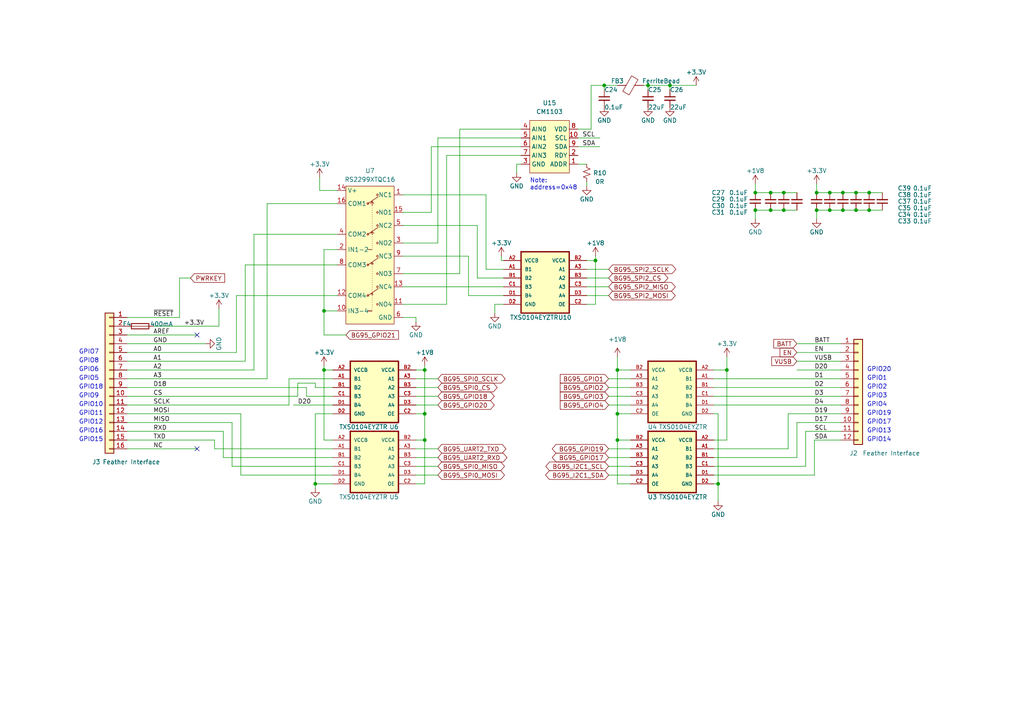
<source format=kicad_sch>
(kicad_sch (version 20230121) (generator eeschema)
  (paper "A4")
  (lib_symbols
    (symbol "Connector_Generic:Conn_01x12" (pin_names (offset 1.016) hide)
      (property "Reference" "J" (at 0 15.24 0))
      (property "Value" "Conn_01x12" (at 0 -17.78 0))
      (symbol "Conn_01x12_1_1"
        (rectangle (start -1.27 -15.113) (end 0 -15.367) (stroke (width 0.1524)))
        (rectangle (start -1.27 -12.573) (end 0 -12.827) (stroke (width 0.1524)))
        (rectangle (start -1.27 -10.033) (end 0 -10.287) (stroke (width 0.1524)))
        (rectangle (start -1.27 -7.493) (end 0 -7.747) (stroke (width 0.1524)))
        (rectangle (start -1.27 -4.953) (end 0 -5.207) (stroke (width 0.1524)))
        (rectangle (start -1.27 -2.413) (end 0 -2.667) (stroke (width 0.1524)))
        (rectangle (start -1.27 0.127) (end 0 -0.127) (stroke (width 0.1524)))
        (rectangle (start -1.27 2.667) (end 0 2.413) (stroke (width 0.1524)))
        (rectangle (start -1.27 5.207) (end 0 4.953) (stroke (width 0.1524)))
        (rectangle (start -1.27 7.747) (end 0 7.493) (stroke (width 0.1524)))
        (rectangle (start -1.27 10.287) (end 0 10.033) (stroke (width 0.1524)))
        (rectangle (start -1.27 12.827) (end 0 12.573) (stroke (width 0.1524)))
        (rectangle (start -1.27 13.97) (end 1.27 -16.51) (stroke (width 0.254)) (fill (type background)))
        (pin passive line (at -5.08 12.7 0) (length 3.81) (name "Pin_1") (number "1"))
        (pin passive line (at -5.08 -10.16 0) (length 3.81) (name "Pin_10") (number "10"))
        (pin passive line (at -5.08 -12.7 0) (length 3.81) (name "Pin_11") (number "11"))
        (pin passive line (at -5.08 -15.24 0) (length 3.81) (name "Pin_12") (number "12"))
        (pin passive line (at -5.08 10.16 0) (length 3.81) (name "Pin_2") (number "2"))
        (pin passive line (at -5.08 7.62 0) (length 3.81) (name "Pin_3") (number "3"))
        (pin passive line (at -5.08 5.08 0) (length 3.81) (name "Pin_4") (number "4"))
        (pin passive line (at -5.08 2.54 0) (length 3.81) (name "Pin_5") (number "5"))
        (pin passive line (at -5.08 0 0) (length 3.81) (name "Pin_6") (number "6"))
        (pin passive line (at -5.08 -2.54 0) (length 3.81) (name "Pin_7") (number "7"))
        (pin passive line (at -5.08 -5.08 0) (length 3.81) (name "Pin_8") (number "8"))
        (pin passive line (at -5.08 -7.62 0) (length 3.81) (name "Pin_9") (number "9"))
      )
    )
    (symbol "Connector_Generic:Conn_01x16" (pin_names (offset 1.016) hide)
      (property "Reference" "J" (at 0 20.32 0))
      (property "Value" "Conn_01x16" (at 0 -22.86 0))
      (symbol "Conn_01x16_1_1"
        (rectangle (start -1.27 -20.193) (end 0 -20.447) (stroke (width 0.1524)))
        (rectangle (start -1.27 -17.653) (end 0 -17.907) (stroke (width 0.1524)))
        (rectangle (start -1.27 -15.113) (end 0 -15.367) (stroke (width 0.1524)))
        (rectangle (start -1.27 -12.573) (end 0 -12.827) (stroke (width 0.1524)))
        (rectangle (start -1.27 -10.033) (end 0 -10.287) (stroke (width 0.1524)))
        (rectangle (start -1.27 -7.493) (end 0 -7.747) (stroke (width 0.1524)))
        (rectangle (start -1.27 -4.953) (end 0 -5.207) (stroke (width 0.1524)))
        (rectangle (start -1.27 -2.413) (end 0 -2.667) (stroke (width 0.1524)))
        (rectangle (start -1.27 0.127) (end 0 -0.127) (stroke (width 0.1524)))
        (rectangle (start -1.27 2.667) (end 0 2.413) (stroke (width 0.1524)))
        (rectangle (start -1.27 5.207) (end 0 4.953) (stroke (width 0.1524)))
        (rectangle (start -1.27 7.747) (end 0 7.493) (stroke (width 0.1524)))
        (rectangle (start -1.27 10.287) (end 0 10.033) (stroke (width 0.1524)))
        (rectangle (start -1.27 12.827) (end 0 12.573) (stroke (width 0.1524)))
        (rectangle (start -1.27 15.367) (end 0 15.113) (stroke (width 0.1524)))
        (rectangle (start -1.27 17.907) (end 0 17.653) (stroke (width 0.1524)))
        (rectangle (start -1.27 19.05) (end 1.27 -21.59) (stroke (width 0.254)) (fill (type background)))
        (pin passive line (at -5.08 17.78 0) (length 3.81) (name "Pin_1") (number "1"))
        (pin passive line (at -5.08 -5.08 0) (length 3.81) (name "Pin_10") (number "10"))
        (pin passive line (at -5.08 -7.62 0) (length 3.81) (name "Pin_11") (number "11"))
        (pin passive line (at -5.08 -10.16 0) (length 3.81) (name "Pin_12") (number "12"))
        (pin passive line (at -5.08 -12.7 0) (length 3.81) (name "Pin_13") (number "13"))
        (pin passive line (at -5.08 -15.24 0) (length 3.81) (name "Pin_14") (number "14"))
        (pin passive line (at -5.08 -17.78 0) (length 3.81) (name "Pin_15") (number "15"))
        (pin passive line (at -5.08 -20.32 0) (length 3.81) (name "Pin_16") (number "16"))
        (pin passive line (at -5.08 15.24 0) (length 3.81) (name "Pin_2") (number "2"))
        (pin passive line (at -5.08 12.7 0) (length 3.81) (name "Pin_3") (number "3"))
        (pin passive line (at -5.08 10.16 0) (length 3.81) (name "Pin_4") (number "4"))
        (pin passive line (at -5.08 7.62 0) (length 3.81) (name "Pin_5") (number "5"))
        (pin passive line (at -5.08 5.08 0) (length 3.81) (name "Pin_6") (number "6"))
        (pin passive line (at -5.08 2.54 0) (length 3.81) (name "Pin_7") (number "7"))
        (pin passive line (at -5.08 0 0) (length 3.81) (name "Pin_8") (number "8"))
        (pin passive line (at -5.08 -2.54 0) (length 3.81) (name "Pin_9") (number "9"))
      )
    )
    (symbol "Device:C_Small" (pin_numbers hide) (pin_names (offset 0.254) hide)
      (property "Reference" "C" (at 0.254 1.778 0))
      (property "Value" "C_Small" (at 0.254 -2.032 0))
      (symbol "C_Small_0_1"
        (polyline (pts (xy -1.524 -0.508) (xy 1.524 -0.508)) (stroke (width 0.3302)))
        (polyline (pts (xy -1.524 0.508) (xy 1.524 0.508)) (stroke (width 0.3048)))
      )
      (symbol "C_Small_1_1"
        (pin passive line (at 0 2.54 270) (length 2.032) (name "~") (number "1"))
        (pin passive line (at 0 -2.54 90) (length 2.032) (name "~") (number "2"))
      )
    )
    (symbol "Device:FerriteBead" (pin_numbers hide) (pin_names (offset 0))
      (property "Reference" "FB" (at -3.81 0.635 90))
      (property "Value" "FerriteBead" (at 3.81 0 90))
      (symbol "FerriteBead_0_1"
        (polyline (pts (xy 0 -1.27) (xy 0 -1.2192)))
        (polyline (pts (xy 0 1.27) (xy 0 1.2954)))
        (polyline (pts (xy -2.7686 0.4064) (xy -1.7018 2.2606) (xy 2.7686 -0.3048) (xy 1.6764 -2.159) (xy -2.7686 0.4064)))
      )
      (symbol "FerriteBead_1_1"
        (pin passive line (at 0 3.81 270) (length 2.54) (name "~") (number "1"))
        (pin passive line (at 0 -3.81 90) (length 2.54) (name "~") (number "2"))
      )
    )
    (symbol "Device:Fuse" (pin_numbers hide) (pin_names (offset 0))
      (property "Reference" "F" (at 2.032 0 90))
      (property "Value" "Fuse" (at -1.905 0 90))
      (symbol "Fuse_0_1"
        (rectangle (start -0.762 -2.54) (end 0.762 2.54) (stroke (width 0.254)))
        (polyline (pts (xy 0 2.54) (xy 0 -2.54)))
      )
      (symbol "Fuse_1_1"
        (pin passive line (at 0 3.81 270) (length 1.27) (name "~") (number "1"))
        (pin passive line (at 0 -3.81 90) (length 1.27) (name "~") (number "2"))
      )
    )
    (symbol "Device:R_Small_US" (pin_numbers hide) (pin_names (offset 0.254) hide)
      (property "Reference" "R" (at 0.762 0.508 0))
      (property "Value" "R_Small_US" (at 0.762 -1.016 0))
      (symbol "R_Small_US_1_1"
        (polyline (pts (xy 0 0) (xy 1.016 -0.381) (xy 0 -0.762) (xy -1.016 -1.143) (xy 0 -1.524)))
        (polyline (pts (xy 0 1.524) (xy 1.016 1.143) (xy 0 0.762) (xy -1.016 0.381) (xy 0 0)))
        (pin passive line (at 0 2.54 270) (length 1.016) (name "~") (number "1"))
        (pin passive line (at 0 -2.54 90) (length 1.016) (name "~") (number "2"))
      )
    )
    (symbol "TXS0104EYZTR_1" (pin_names (offset 1.016))
      (property "Reference" "U10" (at -5.08 -10.16 0))
      (property "Value" "TXS0104EYZTR" (at 3.81 -10.16 0))
      (symbol "TXS0104EYZTR_1_0_0"
        (rectangle (start -6.35 8.89) (end 7.62 -8.89) (stroke (width 0.41)) (fill (type background)))
      )
      (symbol "TXS0104EYZTR_1_1_0"
        (pin bidirectional line (at 12.7 3.81 180) (length 5.08) (name "B1") (number "A1"))
        (pin power_in line (at 12.7 6.35 180) (length 5.08) (name "VCCB") (number "A2"))
        (pin bidirectional line (at -11.43 3.81 0) (length 5.08) (name "A1") (number "A3"))
        (pin bidirectional line (at 12.7 1.27 180) (length 5.08) (name "B2") (number "B1"))
        (pin power_in line (at -11.43 6.35 0) (length 5.08) (name "VCCA") (number "B2"))
        (pin bidirectional line (at -11.43 1.27 0) (length 5.08) (name "A2") (number "B3"))
        (pin bidirectional line (at 12.7 -1.27 180) (length 5.08) (name "B3") (number "C1"))
        (pin input line (at -11.43 -6.35 0) (length 5.08) (name "OE") (number "C2"))
        (pin bidirectional line (at -11.43 -1.27 0) (length 5.08) (name "A3") (number "C3"))
        (pin bidirectional line (at 12.7 -3.81 180) (length 5.08) (name "B4") (number "D1"))
        (pin power_in line (at 12.7 -6.35 180) (length 5.08) (name "GND") (number "D2"))
        (pin bidirectional line (at -11.43 -3.81 0) (length 5.08) (name "A4") (number "D3"))
      )
    )
    (symbol "mylib:CM1103"
      (property "Reference" "U" (at -15.24 -10.16 0))
      (property "Value" "CM1103" (at -8.89 -10.16 0))
      (symbol "CM1103_1_1"
        (rectangle (start -16.51 6.35) (end -5.08 -8.89) (fill (type background)))
        (pin input line (at -2.54 -6.35 180) (length 2.54) (name "ADDR") (number "1"))
        (pin input line (at -2.54 1.27 180) (length 2.54) (name "SCL") (number "10"))
        (pin input line (at -2.54 -3.81 180) (length 2.54) (name "RDY") (number "2"))
        (pin input line (at -19.05 -6.35 0) (length 2.54) (name "GND") (number "3"))
        (pin input line (at -19.05 3.81 0) (length 2.54) (name "AIN0") (number "4"))
        (pin input line (at -19.05 1.27 0) (length 2.54) (name "AIN1") (number "5"))
        (pin input line (at -19.05 -1.27 0) (length 2.54) (name "AIN2") (number "6"))
        (pin input line (at -19.05 -3.81 0) (length 2.54) (name "AIN3") (number "7"))
        (pin input line (at -2.54 3.81 180) (length 2.54) (name "VDD") (number "8"))
        (pin input line (at -2.54 -1.27 180) (length 2.54) (name "SDA") (number "9"))
      )
    )
    (symbol "mylib:RS2299XTQC16"
      (property "Reference" "U" (at 1.778 41.656 0))
      (property "Value" "RS2299XTQC16" (at 10.668 41.656 0))
      (symbol "RS2299XTQC16_1_1"
        (polyline (pts (xy 6.35 8.255) (xy 9.398 10.287)))
        (polyline (pts (xy 6.35 17.145) (xy 9.398 19.177)))
        (polyline (pts (xy 6.35 26.035) (xy 9.398 28.067)))
        (polyline (pts (xy 6.35 34.925) (xy 9.398 36.957)))
        (polyline (pts (xy 7.493 3.81) (xy 6.477 3.81)))
        (polyline (pts (xy 7.62 3.81) (xy 6.35 3.81)))
        (polyline (pts (xy 7.62 8.89) (xy 7.366 8.636)))
        (polyline (pts (xy 7.62 8.89) (xy 7.62 8.382)))
        (polyline (pts (xy 7.62 8.89) (xy 7.874 8.636)))
        (polyline (pts (xy 7.62 17.653) (xy 7.62 17.145)))
        (polyline (pts (xy 7.62 17.78) (xy 7.239 17.399)))
        (polyline (pts (xy 7.62 17.78) (xy 8.001 17.399)))
        (polyline (pts (xy 7.62 21.59) (xy 6.35 21.59)))
        (polyline (pts (xy 7.62 26.67) (xy 7.62 25.908)))
        (polyline (pts (xy 7.62 26.797) (xy 7.239 26.289)))
        (polyline (pts (xy 7.62 26.797) (xy 8.128 26.289)))
        (polyline (pts (xy 7.62 35.433) (xy 7.62 34.417)))
        (polyline (pts (xy 7.62 35.56) (xy 7.112 34.925)))
        (polyline (pts (xy 7.62 35.56) (xy 7.62 35.56)))
        (polyline (pts (xy 7.62 35.56) (xy 8.128 34.925)))
        (polyline (pts (xy 7.62 17.78) (xy 7.62 3.81) (xy 6.35 3.81)) (stroke (width 0) (type dot)))
        (polyline (pts (xy 7.62 35.56) (xy 7.62 21.59) (xy 6.35 21.59)) (stroke (width 0) (type dot)))
        (rectangle (start 0 40.005) (end 13.97 0) (fill (type background)))
        (circle (center 6.35 8.255) (radius 0.254))
        (circle (center 6.35 17.145) (radius 0.254))
        (circle (center 6.35 26.035) (radius 0.254))
        (circle (center 6.35 34.925) (radius 0.254))
        (circle (center 9.144 5.715) (radius 0.254))
        (circle (center 9.144 10.795) (radius 0.254))
        (circle (center 9.144 14.605) (radius 0.254))
        (circle (center 9.144 19.685) (radius 0.254))
        (circle (center 9.144 23.495) (radius 0.254))
        (circle (center 9.144 28.575) (radius 0.254))
        (circle (center 9.144 32.385) (radius 0.254))
        (circle (center 9.144 37.465) (radius 0.254))
        (pin input line (at 16.51 37.465 180) (length 2.54) (name "NC1") (number "1"))
        (pin input line (at -2.54 3.81 0) (length 2.54) (name "IN3-4") (number "10"))
        (pin input line (at 16.51 5.715 180) (length 2.54) (name "NO4") (number "11"))
        (pin input line (at -2.54 8.255 0) (length 2.54) (name "COM4") (number "12"))
        (pin input line (at 16.51 10.795 180) (length 2.54) (name "NC4") (number "13"))
        (pin input line (at -2.54 38.735 0) (length 2.54) (name "V+") (number "14"))
        (pin input line (at 16.51 32.385 180) (length 2.54) (name "NO1") (number "15"))
        (pin input line (at -2.54 34.925 0) (length 2.54) (name "COM1") (number "16"))
        (pin input line (at -2.54 21.59 0) (length 2.54) (name "IN1-2") (number "2"))
        (pin input line (at 16.51 23.495 180) (length 2.54) (name "NO2") (number "3"))
        (pin input line (at -2.54 26.035 0) (length 2.54) (name "COM2") (number "4"))
        (pin input line (at 16.51 28.575 180) (length 2.54) (name "NC2") (number "5"))
        (pin input line (at 16.51 1.905 180) (length 2.54) (name "GND") (number "6"))
        (pin input line (at 16.51 14.605 180) (length 2.54) (name "NO3") (number "7"))
        (pin input line (at -2.54 17.145 0) (length 2.54) (name "COM3") (number "8"))
        (pin input line (at 16.51 19.685 180) (length 2.54) (name "NC3") (number "9"))
      )
    )
    (symbol "mylib:TXS0104EYZTR" (pin_names (offset 1.016))
      (property "Reference" "U3" (at 0 22.86 0))
      (property "Value" "TXS0104EYZTR" (at 0 20.32 0))
      (symbol "TXS0104EYZTR_0_0"
        (rectangle (start -6.35 8.89) (end 7.62 -8.89) (stroke (width 0.41)) (fill (type background)))
        (pin bidirectional line (at 12.7 3.81 180) (length 5.08) (name "B1") (number "A1"))
        (pin power_in line (at 12.7 6.35 180) (length 5.08) (name "VCCB") (number "A2"))
        (pin bidirectional line (at -11.43 3.81 0) (length 5.08) (name "A1") (number "A3"))
        (pin bidirectional line (at 12.7 1.27 180) (length 5.08) (name "B2") (number "B1"))
        (pin power_in line (at -11.43 6.35 0) (length 5.08) (name "VCCA") (number "B2"))
        (pin bidirectional line (at -11.43 1.27 0) (length 5.08) (name "A2") (number "B3"))
        (pin bidirectional line (at 12.7 -1.27 180) (length 5.08) (name "B3") (number "C1"))
        (pin input line (at -11.43 -6.35 0) (length 5.08) (name "OE") (number "C2"))
        (pin bidirectional line (at -11.43 -1.27 0) (length 5.08) (name "A3") (number "C3"))
        (pin bidirectional line (at 12.7 -3.81 180) (length 5.08) (name "B4") (number "D1"))
        (pin power_in line (at 12.7 -6.35 180) (length 5.08) (name "GND") (number "D2"))
        (pin bidirectional line (at -11.43 -3.81 0) (length 5.08) (name "A4") (number "D3"))
      )
    )
    (symbol "power:+1V8" (power) (pin_names (offset 0))
      (property "Value" "+1V8" (at 0 3.556 0))
      (symbol "+1V8_0_1"
        (polyline (pts (xy -0.762 1.27) (xy 0 2.54)))
        (polyline (pts (xy 0 0) (xy 0 2.54)))
        (polyline (pts (xy 0 2.54) (xy 0.762 1.27)))
      )
      (symbol "+1V8_1_1"
        (pin power_in line (at 0 0 90) (length 0) hide (name "+1V8") (number "1"))
      )
    )
    (symbol "power:+3.3V" (power) (pin_names (offset 0))
      (property "Value" "+3.3V" (at 0 3.556 0))
      (symbol "+3.3V_0_1"
        (polyline (pts (xy -0.762 1.27) (xy 0 2.54)))
        (polyline (pts (xy 0 0) (xy 0 2.54)))
        (polyline (pts (xy 0 2.54) (xy 0.762 1.27)))
      )
      (symbol "+3.3V_1_1"
        (pin power_in line (at 0 0 90) (length 0) hide (name "+3.3V") (number "1"))
      )
    )
    (symbol "power:GND" (power) (pin_names (offset 0))
      (property "Value" "GND" (at 0 -3.81 0))
      (symbol "GND_0_1"
        (polyline (pts (xy 0 0) (xy 0 -1.27) (xy 1.27 -1.27) (xy 0 -2.54) (xy -1.27 -1.27) (xy 0 -1.27)))
      )
      (symbol "GND_1_1"
        (pin power_in line (at 0 0 270) (length 0) hide (name "GND") (number "1"))
      )
    )
  )
  (junction (at 244.475 55.88))
  (junction (at 123.19 127.635))
  (junction (at 248.285 60.96))
  (junction (at 223.52 55.88))
  (junction (at 179.07 120.015))
  (junction (at 123.19 120.015))
  (junction (at 223.52 60.96))
  (junction (at 227.33 60.96))
  (junction (at 91.44 140.335))
  (junction (at 123.19 107.315))
  (junction (at 175.26 24.765))
  (junction (at 240.665 55.88))
  (junction (at 252.095 55.88))
  (junction (at 179.07 107.315))
  (junction (at 210.82 107.315))
  (junction (at 244.475 60.96))
  (junction (at 208.28 140.335))
  (junction (at 248.285 55.88))
  (junction (at 240.665 60.96))
  (junction (at 252.095 60.96))
  (junction (at 179.07 127.635))
  (junction (at 93.98 107.315))
  (junction (at 172.72 75.565))
  (junction (at 227.33 55.88))
  (junction (at 93.98 90.17))
  (junction (at 236.855 55.88))
  (junction (at 194.31 24.765))
  (junction (at 187.96 24.765))
  (junction (at 219.075 55.88))
  (junction (at 236.855 60.96))
  (junction (at 219.075 60.96))
  (no_connect (at 57.15 97.155))
  (no_connect (at 57.15 130.175))
  (wire (pts (xy 138.43 65.405) (xy 138.43 80.645)))
  (wire (pts (xy 240.665 60.96) (xy 244.475 60.96)))
  (wire (pts (xy 97.79 72.39) (xy 93.98 72.39)))
  (wire (pts (xy 170.18 88.265) (xy 172.72 88.265)))
  (wire (pts (xy 71.12 104.775) (xy 71.12 76.835)))
  (wire (pts (xy 120.65 130.175) (xy 127 130.175)))
  (wire (pts (xy 116.84 92.075) (xy 120.65 92.075)))
  (wire (pts (xy 143.51 90.805) (xy 143.51 88.265)))
  (wire (pts (xy 207.01 109.855) (xy 243.84 109.855)))
  (wire (pts (xy 93.98 90.17) (xy 97.79 90.17)))
  (wire (pts (xy 210.82 103.505) (xy 210.82 107.315)))
  (wire (pts (xy 135.89 74.295) (xy 116.84 74.295)))
  (wire (pts (xy 187.96 24.765) (xy 194.31 24.765)))
  (wire (pts (xy 91.44 111.125) (xy 91.44 112.395)))
  (wire (pts (xy 146.05 78.105) (xy 140.97 78.105)))
  (wire (pts (xy 176.53 112.395) (xy 182.88 112.395)))
  (wire (pts (xy 120.65 120.015) (xy 123.19 120.015)))
  (wire (pts (xy 167.64 37.465) (xy 171.45 37.465)))
  (wire (pts (xy 93.98 107.315) (xy 93.98 127.635)))
  (wire (pts (xy 93.98 97.155) (xy 100.33 97.155)))
  (wire (pts (xy 171.45 37.465) (xy 171.45 24.765)))
  (wire (pts (xy 123.19 120.015) (xy 123.19 107.315)))
  (wire (pts (xy 207.01 130.175) (xy 228.6 130.175)))
  (wire (pts (xy 231.14 107.315) (xy 243.84 107.315)))
  (wire (pts (xy 140.97 78.105) (xy 140.97 56.515)))
  (wire (pts (xy 240.665 55.88) (xy 244.475 55.88)))
  (wire (pts (xy 208.28 120.015) (xy 208.28 140.335)))
  (wire (pts (xy 120.65 92.075) (xy 120.65 93.345)))
  (wire (pts (xy 116.84 70.485) (xy 127 70.485)))
  (wire (pts (xy 176.53 114.935) (xy 182.88 114.935)))
  (wire (pts (xy 133.35 79.375) (xy 133.35 37.465)))
  (wire (pts (xy 77.47 59.055) (xy 97.79 59.055)))
  (wire (pts (xy 207.01 140.335) (xy 208.28 140.335)))
  (wire (pts (xy 86.36 114.935) (xy 86.36 111.125)))
  (wire (pts (xy 170.18 78.105) (xy 176.53 78.105)))
  (wire (pts (xy 176.53 117.475) (xy 182.88 117.475)))
  (wire (pts (xy 125.095 61.595) (xy 125.095 42.545)))
  (wire (pts (xy 179.07 140.335) (xy 179.07 127.635)))
  (wire (pts (xy 231.14 132.715) (xy 231.14 122.555)))
  (wire (pts (xy 64.77 132.715) (xy 96.52 132.715)))
  (wire (pts (xy 145.415 75.565) (xy 146.05 75.565)))
  (wire (pts (xy 36.83 109.855) (xy 77.47 109.855)))
  (wire (pts (xy 231.14 122.555) (xy 243.84 122.555)))
  (wire (pts (xy 85.09 117.475) (xy 96.52 117.475)))
  (wire (pts (xy 52.07 92.075) (xy 36.83 92.075)))
  (wire (pts (xy 236.855 60.96) (xy 236.855 63.5)))
  (wire (pts (xy 207.01 114.935) (xy 243.84 114.935)))
  (wire (pts (xy 187.96 24.765) (xy 187.96 26.035)))
  (wire (pts (xy 36.83 130.175) (xy 57.15 130.175)))
  (wire (pts (xy 182.88 140.335) (xy 179.07 140.335)))
  (wire (pts (xy 186.69 24.765) (xy 187.96 24.765)))
  (wire (pts (xy 248.285 60.96) (xy 252.095 60.96)))
  (wire (pts (xy 88.9 114.935) (xy 96.52 114.935)))
  (wire (pts (xy 135.89 74.295) (xy 135.89 85.725)))
  (wire (pts (xy 63.5 89.535) (xy 63.5 94.615)))
  (wire (pts (xy 145.415 74.295) (xy 145.415 75.565)))
  (wire (pts (xy 62.23 130.175) (xy 96.52 130.175)))
  (wire (pts (xy 36.83 102.235) (xy 68.58 102.235)))
  (wire (pts (xy 236.855 55.88) (xy 240.665 55.88)))
  (wire (pts (xy 210.82 107.315) (xy 210.82 127.635)))
  (wire (pts (xy 233.68 135.255) (xy 233.68 125.095)))
  (wire (pts (xy 96.52 120.015) (xy 91.44 120.015)))
  (wire (pts (xy 127 40.005) (xy 151.13 40.005)))
  (wire (pts (xy 223.52 60.96) (xy 227.33 60.96)))
  (wire (pts (xy 73.66 67.945) (xy 97.79 67.945)))
  (wire (pts (xy 116.84 83.185) (xy 146.05 83.185)))
  (wire (pts (xy 88.9 112.395) (xy 88.9 114.935)))
  (wire (pts (xy 123.19 127.635) (xy 123.19 120.015)))
  (wire (pts (xy 120.65 132.715) (xy 127 132.715)))
  (wire (pts (xy 120.65 127.635) (xy 123.19 127.635)))
  (wire (pts (xy 71.12 76.835) (xy 97.79 76.835)))
  (wire (pts (xy 170.18 85.725) (xy 176.53 85.725)))
  (wire (pts (xy 120.65 140.335) (xy 123.19 140.335)))
  (wire (pts (xy 83.82 109.855) (xy 96.52 109.855)))
  (wire (pts (xy 176.53 130.175) (xy 182.88 130.175)))
  (wire (pts (xy 176.53 109.855) (xy 182.88 109.855)))
  (wire (pts (xy 92.71 55.245) (xy 92.71 51.435)))
  (wire (pts (xy 127 70.485) (xy 127 40.005)))
  (wire (pts (xy 83.82 117.475) (xy 83.82 109.855)))
  (wire (pts (xy 69.85 120.015) (xy 69.85 137.795)))
  (wire (pts (xy 167.64 47.625) (xy 170.18 47.625)))
  (wire (pts (xy 127 114.935) (xy 120.65 114.935)))
  (wire (pts (xy 91.44 140.335) (xy 96.52 140.335)))
  (wire (pts (xy 227.33 60.96) (xy 231.14 60.96)))
  (wire (pts (xy 207.01 117.475) (xy 243.84 117.475)))
  (wire (pts (xy 179.07 120.015) (xy 179.07 107.315)))
  (wire (pts (xy 93.98 90.17) (xy 93.98 97.155)))
  (wire (pts (xy 91.44 120.015) (xy 91.44 140.335)))
  (wire (pts (xy 151.13 45.085) (xy 129.54 45.085)))
  (wire (pts (xy 252.095 60.96) (xy 255.905 60.96)))
  (wire (pts (xy 64.77 125.095) (xy 64.77 132.715)))
  (wire (pts (xy 129.54 45.085) (xy 129.54 88.265)))
  (wire (pts (xy 36.83 104.775) (xy 71.12 104.775)))
  (wire (pts (xy 244.475 60.96) (xy 248.285 60.96)))
  (wire (pts (xy 223.52 55.88) (xy 227.33 55.88)))
  (wire (pts (xy 179.07 107.315) (xy 182.88 107.315)))
  (wire (pts (xy 120.65 135.255) (xy 127 135.255)))
  (wire (pts (xy 36.83 117.475) (xy 83.82 117.475)))
  (wire (pts (xy 143.51 88.265) (xy 146.05 88.265)))
  (wire (pts (xy 172.72 74.295) (xy 172.72 75.565)))
  (wire (pts (xy 167.64 40.005) (xy 173.99 40.005)))
  (wire (pts (xy 207.01 135.255) (xy 233.68 135.255)))
  (wire (pts (xy 123.19 140.335) (xy 123.19 127.635)))
  (wire (pts (xy 151.13 47.625) (xy 149.86 47.625)))
  (wire (pts (xy 93.98 72.39) (xy 93.98 90.17)))
  (wire (pts (xy 120.65 107.315) (xy 123.19 107.315)))
  (wire (pts (xy 129.54 88.265) (xy 116.84 88.265)))
  (wire (pts (xy 219.075 60.96) (xy 219.075 63.5)))
  (wire (pts (xy 52.07 80.645) (xy 55.245 80.645)))
  (wire (pts (xy 219.075 55.88) (xy 223.52 55.88)))
  (wire (pts (xy 93.98 127.635) (xy 96.52 127.635)))
  (wire (pts (xy 207.01 112.395) (xy 243.84 112.395)))
  (wire (pts (xy 123.19 107.315) (xy 123.19 106.045)))
  (wire (pts (xy 86.36 111.125) (xy 91.44 111.125)))
  (wire (pts (xy 67.31 122.555) (xy 67.31 135.255)))
  (wire (pts (xy 194.31 24.765) (xy 194.31 26.035)))
  (wire (pts (xy 120.65 112.395) (xy 127 112.395)))
  (wire (pts (xy 207.01 120.015) (xy 208.28 120.015)))
  (wire (pts (xy 170.18 80.645) (xy 176.53 80.645)))
  (wire (pts (xy 170.18 53.975) (xy 170.18 52.705)))
  (wire (pts (xy 236.855 60.96) (xy 240.665 60.96)))
  (wire (pts (xy 36.83 114.935) (xy 86.36 114.935)))
  (wire (pts (xy 68.58 85.725) (xy 97.79 85.725)))
  (wire (pts (xy 36.83 107.315) (xy 73.66 107.315)))
  (wire (pts (xy 93.98 107.315) (xy 96.52 107.315)))
  (wire (pts (xy 171.45 24.765) (xy 175.26 24.765)))
  (wire (pts (xy 182.88 127.635) (xy 179.07 127.635)))
  (wire (pts (xy 233.68 125.095) (xy 243.84 125.095)))
  (wire (pts (xy 138.43 80.645) (xy 146.05 80.645)))
  (wire (pts (xy 179.07 120.015) (xy 182.88 120.015)))
  (wire (pts (xy 179.07 127.635) (xy 179.07 120.015)))
  (wire (pts (xy 175.26 24.765) (xy 179.07 24.765)))
  (wire (pts (xy 116.84 61.595) (xy 125.095 61.595)))
  (wire (pts (xy 236.855 53.34) (xy 236.855 55.88)))
  (wire (pts (xy 228.6 130.175) (xy 228.6 120.015)))
  (wire (pts (xy 36.83 99.695) (xy 59.69 99.695)))
  (wire (pts (xy 219.075 53.34) (xy 219.075 55.88)))
  (wire (pts (xy 236.22 137.795) (xy 236.22 127.635)))
  (wire (pts (xy 77.47 59.055) (xy 77.47 109.855)))
  (wire (pts (xy 248.285 55.88) (xy 252.095 55.88)))
  (wire (pts (xy 140.97 56.515) (xy 116.84 56.515)))
  (wire (pts (xy 208.28 140.335) (xy 208.28 145.415)))
  (wire (pts (xy 125.095 42.545) (xy 151.13 42.545)))
  (wire (pts (xy 135.89 85.725) (xy 146.05 85.725)))
  (wire (pts (xy 170.18 83.185) (xy 176.53 83.185)))
  (wire (pts (xy 207.01 137.795) (xy 236.22 137.795)))
  (wire (pts (xy 231.14 99.695) (xy 243.84 99.695)))
  (wire (pts (xy 252.095 55.88) (xy 255.905 55.88)))
  (wire (pts (xy 207.01 127.635) (xy 210.82 127.635)))
  (wire (pts (xy 149.86 47.625) (xy 149.86 50.165)))
  (wire (pts (xy 176.53 135.255) (xy 182.88 135.255)))
  (wire (pts (xy 176.53 137.795) (xy 182.88 137.795)))
  (wire (pts (xy 97.79 55.245) (xy 92.71 55.245)))
  (wire (pts (xy 207.01 132.715) (xy 231.14 132.715)))
  (wire (pts (xy 138.43 65.405) (xy 116.84 65.405)))
  (wire (pts (xy 207.01 107.315) (xy 210.82 107.315)))
  (wire (pts (xy 93.98 106.045) (xy 93.98 107.315)))
  (wire (pts (xy 231.14 104.775) (xy 243.84 104.775)))
  (wire (pts (xy 228.6 120.015) (xy 243.84 120.015)))
  (wire (pts (xy 179.07 107.315) (xy 179.07 103.505)))
  (wire (pts (xy 120.65 117.475) (xy 127 117.475)))
  (wire (pts (xy 36.83 125.095) (xy 64.77 125.095)))
  (wire (pts (xy 120.65 109.855) (xy 127 109.855)))
  (wire (pts (xy 36.83 97.155) (xy 57.15 97.155)))
  (wire (pts (xy 244.475 55.88) (xy 248.285 55.88)))
  (wire (pts (xy 36.83 122.555) (xy 67.31 122.555)))
  (wire (pts (xy 167.64 42.545) (xy 173.99 42.545)))
  (wire (pts (xy 231.14 102.235) (xy 243.84 102.235)))
  (wire (pts (xy 69.85 137.795) (xy 96.52 137.795)))
  (wire (pts (xy 73.66 107.315) (xy 73.66 67.945)))
  (wire (pts (xy 44.45 94.615) (xy 63.5 94.615)))
  (wire (pts (xy 67.31 135.255) (xy 96.52 135.255)))
  (wire (pts (xy 36.83 120.015) (xy 69.85 120.015)))
  (wire (pts (xy 62.23 127.635) (xy 62.23 130.175)))
  (wire (pts (xy 227.33 55.88) (xy 231.14 55.88)))
  (wire (pts (xy 172.72 88.265) (xy 172.72 75.565)))
  (wire (pts (xy 236.22 127.635) (xy 243.84 127.635)))
  (wire (pts (xy 133.35 37.465) (xy 151.13 37.465)))
  (wire (pts (xy 219.075 60.96) (xy 223.52 60.96)))
  (wire (pts (xy 120.65 137.795) (xy 127 137.795)))
  (wire (pts (xy 175.26 24.765) (xy 175.26 26.035)))
  (wire (pts (xy 194.31 24.765) (xy 201.93 24.765)))
  (wire (pts (xy 172.72 75.565) (xy 170.18 75.565)))
  (wire (pts (xy 68.58 102.235) (xy 68.58 85.725)))
  (wire (pts (xy 91.44 112.395) (xy 96.52 112.395)))
  (wire (pts (xy 36.83 112.395) (xy 88.9 112.395)))
  (wire (pts (xy 176.53 132.715) (xy 182.88 132.715)))
  (wire (pts (xy 52.07 80.645) (xy 52.07 92.075)))
  (wire (pts (xy 91.44 140.335) (xy 91.44 141.605)))
  (wire (pts (xy 36.83 127.635) (xy 62.23 127.635)))
  (wire (pts (xy 116.84 79.375) (xy 133.35 79.375)))
  (text "GPIO8" (at 22.86 105.41 0) (effects (font (size 1.27 1.27)) (justify left bottom)))
  (text "GPIO10" (at 22.86 118.11 0) (effects (font (size 1.27 1.27)) (justify left bottom)))
  (text "GPIO9" (at 22.86 115.57 0) (effects (font (size 1.27 1.27)) (justify left bottom)))
  (text "GPIO13\n" (at 251.46 125.73 0) (effects (font (size 1.27 1.27)) (justify left bottom)))
  (text "GPIO14\n" (at 251.46 128.27 0) (effects (font (size 1.27 1.27)) (justify left bottom)))
  (text "GPIO12\n" (at 22.86 123.19 0) (effects (font (size 1.27 1.27)) (justify left bottom)))
  (text "GPIO3" (at 251.46 115.57 0) (effects (font (size 1.27 1.27)) (justify left bottom)))
  (text "GPIO18" (at 22.86 113.03 0) (effects (font (size 1.27 1.27)) (justify left bottom)))
  (text "GPIO5" (at 22.86 110.49 0) (effects (font (size 1.27 1.27)) (justify left bottom)))
  (text "GPIO4" (at 251.46 118.11 0) (effects (font (size 1.27 1.27)) (justify left bottom)))
  (text "Note:\naddress=0x48" (at 153.67 55.245 0) (effects (font (size 1.27 1.27)) (justify left bottom)))
  (text "GPIO6" (at 22.86 107.95 0) (effects (font (size 1.27 1.27)) (justify left bottom)))
  (text "GPIO20\n" (at 251.46 107.95 0) (effects (font (size 1.27 1.27)) (justify left bottom)))
  (text "GPIO17\n" (at 251.46 123.19 0) (effects (font (size 1.27 1.27)) (justify left bottom)))
  (text "GPIO15\n" (at 22.86 128.27 0) (effects (font (size 1.27 1.27)) (justify left bottom)))
  (text "GPIO16" (at 22.86 125.73 0) (effects (font (size 1.27 1.27)) (justify left bottom)))
  (text "GPIO2" (at 251.46 113.03 0) (effects (font (size 1.27 1.27)) (justify left bottom)))
  (text "GPIO19" (at 251.46 120.65 0) (effects (font (size 1.27 1.27)) (justify left bottom)))
  (text "GPIO1" (at 251.46 110.49 0) (effects (font (size 1.27 1.27)) (justify left bottom)))
  (text "GPIO7\n" (at 22.86 102.87 0) (effects (font (size 1.27 1.27)) (justify left bottom)))
  (text "GPIO11\n" (at 22.86 120.65 0) (effects (font (size 1.27 1.27)) (justify left bottom)))
  (label "RXD" (at 44.45 125.095 0))
  (label "SCLK" (at 44.45 117.475 0))
  (label "D20" (at 236.22 107.315 0))
  (label "D18" (at 44.45 112.395 0))
  (label "A3" (at 44.45 109.855 0))
  (label "D1" (at 236.22 109.855 0))
  (label "D17" (at 236.22 122.555 0))
  (label "D20" (at 86.36 117.475 0))
  (label "CS" (at 44.45 114.935 0))
  (label "D3" (at 236.22 114.935 0))
  (label "A1" (at 44.45 104.775 0))
  (label "AREF" (at 44.45 97.155 0))
  (label "BATT" (at 236.22 99.695 0))
  (label "D4" (at 236.22 117.475 0))
  (label "A2" (at 44.45 107.315 0))
  (label "SCL" (at 236.22 125.095 0))
  (label "NC" (at 44.45 130.175 0))
  (label "MOSI" (at 44.45 120.015 0))
  (label "A0" (at 44.45 102.235 0))
  (label "TXD" (at 44.45 127.635 0))
  (label "SCL" (at 168.91 40.005 0))
  (label "MISO" (at 44.45 122.555 0))
  (label "+3.3V" (at 53.34 94.615 0))
  (label "SDA" (at 168.91 42.545 0))
  (label "D2" (at 236.22 112.395 0))
  (label "GND" (at 44.45 99.695 0))
  (label "EN" (at 236.22 102.235 0))
  (label "D19" (at 236.22 120.015 0))
  (label "SDA" (at 236.22 127.635 0))
  (label "~{RESET}" (at 44.45 92.075 0))
  (label "VUSB" (at 236.22 104.775 0))
  (global_label "BG95_GPIO20" (shape bidirectional) (at 127 117.475 0) (property "Intersheetrefs" "${INTERSHEET_REFS}" (effects hide)))
  (global_label "BATT" (shape input) (at 231.14 99.695 180) (property "Intersheetrefs" "${INTERSHEET_REFS}" (effects hide)))
  (global_label "BG95_SPI0_CS" (shape bidirectional) (at 127 112.395 0) (property "Intersheetrefs" "${INTERSHEET_REFS}" (effects hide)))
  (global_label "BG95_UART2_RXD" (shape bidirectional) (at 127 132.715 0) (property "Intersheetrefs" "${INTERSHEET_REFS}" (effects hide)))
  (global_label "VUSB" (shape input) (at 231.14 104.775 180) (property "Intersheetrefs" "${INTERSHEET_REFS}" (effects hide)))
  (global_label "BG95_GPIO17" (shape bidirectional) (at 176.53 132.715 180) (property "Intersheetrefs" "${INTERSHEET_REFS}" (effects hide)))
  (global_label "PWRKEY" (shape input) (at 55.245 80.645 0) (property "Intersheetrefs" "${INTERSHEET_REFS}" (effects hide)))
  (global_label "BG95_GPIO18" (shape bidirectional) (at 127 114.935 0) (property "Intersheetrefs" "${INTERSHEET_REFS}" (effects hide)))
  (global_label "BG95_GPIO2" (shape input) (at 176.53 112.395 180) (property "Intersheetrefs" "${INTERSHEET_REFS}" (effects hide)))
  (global_label "BG95_UART2_TXD" (shape bidirectional) (at 127 130.175 0) (property "Intersheetrefs" "${INTERSHEET_REFS}" (effects hide)))
  (global_label "BG95_GPIO21" (shape input) (at 100.33 97.155 0) (property "Intersheetrefs" "${INTERSHEET_REFS}" (effects hide)))
  (global_label "BG95_SPI0_SCLK" (shape bidirectional) (at 127 109.855 0) (property "Intersheetrefs" "${INTERSHEET_REFS}" (effects hide)))
  (global_label "BG95_SPI0_MOSI" (shape bidirectional) (at 127 137.795 0) (property "Intersheetrefs" "${INTERSHEET_REFS}" (effects hide)))
  (global_label "BG95_SPI2_MOSI" (shape bidirectional) (at 176.53 85.725 0) (property "Intersheetrefs" "${INTERSHEET_REFS}" (effects hide)))
  (global_label "BG95_I2C1_SDA" (shape bidirectional) (at 176.53 137.795 180) (property "Intersheetrefs" "${INTERSHEET_REFS}" (effects hide)))
  (global_label "BG95_SPI2_SCLK" (shape bidirectional) (at 176.53 78.105 0) (property "Intersheetrefs" "${INTERSHEET_REFS}" (effects hide)))
  (global_label "BG95_I2C1_SCL" (shape bidirectional) (at 176.53 135.255 180) (property "Intersheetrefs" "${INTERSHEET_REFS}" (effects hide)))
  (global_label "BG95_SPI0_MISO" (shape bidirectional) (at 127 135.255 0) (property "Intersheetrefs" "${INTERSHEET_REFS}" (effects hide)))
  (global_label "BG95_SPI2_MISO" (shape bidirectional) (at 176.53 83.185 0) (property "Intersheetrefs" "${INTERSHEET_REFS}" (effects hide)))
  (global_label "BG95_GPIO1" (shape input) (at 176.53 109.855 180) (property "Intersheetrefs" "${INTERSHEET_REFS}" (effects hide)))
  (global_label "BG95_GPIO3" (shape input) (at 176.53 114.935 180) (property "Intersheetrefs" "${INTERSHEET_REFS}" (effects hide)))
  (global_label "BG95_GPIO4" (shape input) (at 176.53 117.475 180) (property "Intersheetrefs" "${INTERSHEET_REFS}" (effects hide)))
  (global_label "EN" (shape input) (at 231.14 102.235 180) (property "Intersheetrefs" "${INTERSHEET_REFS}" (effects hide)))
  (global_label "BG95_SPI2_CS" (shape bidirectional) (at 176.53 80.645 0) (property "Intersheetrefs" "${INTERSHEET_REFS}" (effects hide)))
  (global_label "BG95_GPIO19" (shape bidirectional) (at 176.53 130.175 180) (property "Intersheetrefs" "${INTERSHEET_REFS}" (effects hide)))
  (symbol (lib_id "power:+1V8") (at 123.19 106.045 0) (unit 1)
    (property "Reference" "#PWR058" (effects hide))
    (property "Value" "+1V8" (at 123.19 102.235 0))
  )
  (symbol (lib_id "Connector_Generic:Conn_01x16") (at 31.75 109.855 0) (mirror y) (unit 1)
    (property "Reference" "J3" (at 27.94 133.985 0))
    (property "Value" "Feather Interface" (at 38.1 133.985 0))
    (property "Footprint" "Connector_PinHeader_2.54mm:PinHeader_1x16_P2.54mm_Vertical_SMD_Pin1Right" (effects hide))
  )
  (symbol (lib_id "Device:R_Small_US") (at 170.18 50.165 0) (unit 1)
    (property "Reference" "R10" (at 173.99 50.165 0))
    (property "Value" "0R" (at 173.99 52.705 0))
    (property "Footprint" "Resistor_SMD:R_0201_0603Metric" (effects hide))
  )
  (symbol (lib_id "power:GND") (at 187.96 31.115 0) (unit 1)
    (property "Reference" "#PWR051" (effects hide))
    (property "Value" "GND" (at 187.96 34.925 0))
  )
  (symbol (lib_id "power:GND") (at 170.18 53.975 0) (unit 1)
    (property "Reference" "#PWR037" (effects hide))
    (property "Value" "GND" (at 170.18 57.785 0))
  )
  (symbol (lib_id "power:+3.3V") (at 92.71 51.435 0) (unit 1)
    (property "Reference" "#PWR061" (effects hide))
    (property "Value" "+3.3V" (at 92.71 47.625 0))
  )
  (symbol (lib_id "mylib:TXS0104EYZTR") (at 109.22 133.985 0) (mirror y) (unit 1)
    (property "Reference" "U5" (at 114.3 144.145 0))
    (property "Value" "TXS0104EYZTR" (at 105.41 144.145 0))
    (property "Footprint" "myfootprintlib:BGA12N50P4X3_186X136X62N" (effects hide))
    (property "MF" "Texas Instruments" (effects hide))
    (property "Description" "\nFour-bit bidirectional voltage-level shifter for open-drain and push-pull applications\n" (effects hide))
    (property "Package" "DSBGA-12 Texas Instruments" (effects hide))
    (property "Price" "None" (effects hide))
    (property "SnapEDA_Link" "https://www.snapeda.com/parts/TXS0104EYZTR/Texas+Instruments/view-part/?ref=snap" (effects hide))
    (property "MP" "TXS0104EYZTR" (effects hide))
    (property "Availability" "In Stock" (effects hide))
    (property "Check_prices" "https://www.snapeda.com/parts/TXS0104EYZTR/Texas+Instruments/view-part/?ref=eda" (effects hide))
  )
  (symbol (lib_id "power:GND") (at 175.26 31.115 0) (unit 1)
    (property "Reference" "#PWR050" (effects hide))
    (property "Value" "GND" (at 175.26 34.925 0))
  )
  (symbol (lib_id "power:+3.3V") (at 201.93 24.765 0) (unit 1)
    (property "Reference" "#PWR053" (effects hide))
    (property "Value" "+3.3V" (at 201.93 20.955 0))
  )
  (symbol (lib_id "power:GND") (at 219.075 63.5 0) (unit 1)
    (property "Reference" "#PWR072" (effects hide))
    (property "Value" "GND" (at 219.075 67.31 0))
  )
  (symbol (lib_id "Device:C_Small") (at 244.475 58.42 180) (unit 1)
    (property "Reference" "C35" (at 260.35 60.325 0) (effects (justify right)))
    (property "Value" "0.1uF" (at 264.795 60.325 0) (effects (justify right)))
    (property "Footprint" "Capacitor_SMD:C_0402_1005Metric" (effects hide))
  )
  (symbol (lib_id "power:+1V8") (at 179.07 103.505 0) (unit 1)
    (property "Reference" "#PWR057" (effects hide))
    (property "Value" "+1V8" (at 179.07 98.425 0))
  )
  (symbol (lib_id "power:+1V8") (at 219.075 53.34 0) (unit 1)
    (property "Reference" "#PWR073" (effects hide))
    (property "Value" "+1V8" (at 219.075 49.53 0))
  )
  (symbol (lib_id "power:+1V8") (at 172.72 74.295 0) (unit 1)
    (property "Reference" "#PWR063" (effects hide))
    (property "Value" "+1V8" (at 172.72 70.485 0))
  )
  (symbol (lib_id "Device:C_Small") (at 219.075 58.42 180) (unit 1)
    (property "Reference" "C27" (at 206.375 55.88 0) (effects (justify right)))
    (property "Value" "0.1uF" (at 211.455 55.88 0) (effects (justify right)))
    (property "Footprint" "Capacitor_SMD:C_0402_1005Metric" (effects hide))
  )
  (symbol (lib_id "power:GND") (at 149.86 50.165 0) (unit 1)
    (property "Reference" "#PWR049" (effects hide))
    (property "Value" "GND" (at 149.86 53.975 0))
  )
  (symbol (lib_id "power:GND") (at 59.69 99.695 90) (unit 1)
    (property "Reference" "#PWR067" (effects hide))
    (property "Value" "GND" (at 63.5 99.695 0))
  )
  (symbol (lib_id "Device:C_Small") (at 227.33 58.42 180) (unit 1)
    (property "Reference" "C30" (at 206.375 59.69 0) (effects (justify right)))
    (property "Value" "0.1uF" (at 211.455 59.69 0) (effects (justify right)))
    (property "Footprint" "Capacitor_SMD:C_0402_1005Metric" (effects hide))
  )
  (symbol (lib_id "mylib:TXS0104EYZTR") (at 109.22 113.665 0) (mirror y) (unit 1)
    (property "Reference" "U6" (at 114.3 123.825 0))
    (property "Value" "TXS0104EYZTR" (at 105.41 123.825 0))
    (property "Footprint" "myfootprintlib:BGA12N50P4X3_186X136X62N" (effects hide))
    (property "MF" "Texas Instruments" (effects hide))
    (property "Description" "\nFour-bit bidirectional voltage-level shifter for open-drain and push-pull applications\n" (effects hide))
    (property "Package" "DSBGA-12 Texas Instruments" (effects hide))
    (property "Price" "None" (effects hide))
    (property "SnapEDA_Link" "https://www.snapeda.com/parts/TXS0104EYZTR/Texas+Instruments/view-part/?ref=snap" (effects hide))
    (property "MP" "TXS0104EYZTR" (effects hide))
    (property "Availability" "In Stock" (effects hide))
    (property "Check_prices" "https://www.snapeda.com/parts/TXS0104EYZTR/Texas+Instruments/view-part/?ref=eda" (effects hide))
  )
  (symbol (lib_id "mylib:RS2299XTQC16") (at 100.33 93.98 0) (unit 1)
    (property "Reference" "U7" (at 107.315 49.53 0))
    (property "Value" "RS2299XTQC16" (at 107.315 52.07 0))
    (property "Footprint" "Package_DFN_QFN:QFN-16-1EP_3x3mm_P0.5mm_EP1.75x1.75mm" (effects hide))
  )
  (symbol (lib_id "power:GND") (at 91.44 141.605 0) (unit 1)
    (property "Reference" "#PWR060" (effects hide))
    (property "Value" "GND" (at 91.44 145.415 0))
  )
  (symbol (lib_id "Device:FerriteBead") (at 182.88 24.765 90) (unit 1)
    (property "Reference" "FB3" (at 179.07 23.495 90))
    (property "Value" "FerriteBead" (at 191.77 23.495 90))
    (property "Footprint" "Inductor_SMD:L_0402_1005Metric" (effects hide))
  )
  (symbol (lib_id "Device:C_Small") (at 194.31 28.575 0) (unit 1)
    (property "Reference" "C26" (at 194.31 26.035 0) (effects (justify left)))
    (property "Value" "22uF" (at 194.31 31.115 0) (effects (justify left)))
    (property "Footprint" "Capacitor_SMD:C_0402_1005Metric" (effects hide))
  )
  (symbol (lib_id "power:+3.3V") (at 145.415 74.295 0) (unit 1)
    (property "Reference" "#PWR064" (effects hide))
    (property "Value" "+3.3V" (at 145.415 70.485 0))
  )
  (symbol (lib_id "Device:C_Small") (at 252.095 58.42 180) (unit 1)
    (property "Reference" "C38" (at 260.35 56.515 0) (effects (justify right)))
    (property "Value" "0.1uF" (at 264.795 56.515 0) (effects (justify right)))
    (property "Footprint" "Capacitor_SMD:C_0402_1005Metric" (effects hide))
  )
  (symbol (lib_id "power:+3.3V") (at 236.855 53.34 0) (unit 1)
    (property "Reference" "#PWR075" (effects hide))
    (property "Value" "+3.3V" (at 236.855 49.53 0))
  )
  (symbol (lib_id "Device:C_Small") (at 236.855 58.42 180) (unit 1)
    (property "Reference" "C33" (at 260.35 64.135 0) (effects (justify right)))
    (property "Value" "0.1uF" (at 264.795 64.135 0) (effects (justify right)))
    (property "Footprint" "Capacitor_SMD:C_0402_1005Metric" (effects hide))
  )
  (symbol (lib_id "power:GND") (at 143.51 90.805 0) (unit 1)
    (property "Reference" "#PWR065" (effects hide))
    (property "Value" "GND" (at 143.51 94.615 0))
  )
  (symbol (lib_id "Device:C_Small") (at 255.905 58.42 180) (unit 1)
    (property "Reference" "C39" (at 260.35 54.61 0) (effects (justify right)))
    (property "Value" "0.1uF" (at 264.795 54.61 0) (effects (justify right)))
    (property "Footprint" "Capacitor_SMD:C_0402_1005Metric" (effects hide))
  )
  (symbol (lib_id "Device:C_Small") (at 248.285 58.42 180) (unit 1)
    (property "Reference" "C37" (at 260.35 58.42 0) (effects (justify right)))
    (property "Value" "0.1uF" (at 264.795 58.42 0) (effects (justify right)))
    (property "Footprint" "Capacitor_SMD:C_0402_1005Metric" (effects hide))
  )
  (symbol (lib_id "power:+3.3V") (at 210.82 103.505 0) (unit 1)
    (property "Reference" "#PWR054" (effects hide))
    (property "Value" "+3.3V" (at 210.82 99.695 0))
  )
  (symbol (lib_id "Device:Fuse") (at 40.64 94.615 90) (unit 1)
    (property "Reference" "F4" (at 38.1 93.98 90) (effects (justify left)))
    (property "Value" "400mA" (at 50.165 93.98 90) (effects (justify left)))
    (property "Footprint" "Fuse:Fuse_0603_1608Metric" (effects hide))
    (instances (project "IOT" (path "" (reference "F4") (unit 1)) (path "" (reference "F3") (unit 1))))
  )
  (symbol (lib_id "power:GND") (at 208.28 145.415 0) (unit 1)
    (property "Reference" "#PWR055" (effects hide))
    (property "Value" "GND" (at 208.28 149.225 0))
  )
  (symbol (lib_name "TXS0104EYZTR_1") (lib_id "mylib:TXS0104EYZTR") (at 158.75 81.915 0) (mirror y) (unit 1)
    (property "Reference" "U10" (at 163.83 92.075 0))
    (property "Value" "TXS0104EYZTR" (at 154.94 92.075 0))
    (property "Footprint" "myfootprintlib:BGA12N50P4X3_186X136X62N" (effects hide))
    (property "MF" "Texas Instruments" (effects hide))
    (property "Description" "\nFour-bit bidirectional voltage-level shifter for open-drain and push-pull applications\n" (effects hide))
    (property "Package" "DSBGA-12 Texas Instruments" (effects hide))
    (property "Price" "None" (effects hide))
    (property "SnapEDA_Link" "https://www.snapeda.com/parts/TXS0104EYZTR/Texas+Instruments/view-part/?ref=snap" (effects hide))
    (property "MP" "TXS0104EYZTR" (effects hide))
    (property "Availability" "In Stock" (effects hide))
    (property "Check_prices" "https://www.snapeda.com/parts/TXS0104EYZTR/Texas+Instruments/view-part/?ref=eda" (effects hide))
  )
  (symbol (lib_id "power:GND") (at 236.855 63.5 0) (unit 1)
    (property "Reference" "#PWR074" (effects hide))
    (property "Value" "GND" (at 236.855 67.31 0))
  )
  (symbol (lib_id "Device:C_Small") (at 175.26 28.575 0) (unit 1)
    (property "Reference" "C24" (at 175.26 26.035 0) (effects (justify left)))
    (property "Value" "0.1uF" (at 175.26 31.115 0) (effects (justify left)))
    (property "Footprint" "Capacitor_SMD:C_0402_1005Metric" (effects hide))
  )
  (symbol (lib_id "power:GND") (at 120.65 93.345 0) (unit 1)
    (property "Reference" "#PWR062" (effects hide))
    (property "Value" "GND" (at 120.65 97.155 0))
  )
  (symbol (lib_id "Device:C_Small") (at 231.14 58.42 180) (unit 1)
    (property "Reference" "C31" (at 206.375 61.595 0) (effects (justify right)))
    (property "Value" "0.1uF" (at 211.455 61.595 0) (effects (justify right)))
    (property "Footprint" "Capacitor_SMD:C_0402_1005Metric" (effects hide))
  )
  (symbol (lib_id "mylib:TXS0104EYZTR") (at 194.31 133.985 0) (unit 1)
    (property "Reference" "U3" (at 189.23 144.145 0))
    (property "Value" "TXS0104EYZTR" (at 198.12 144.145 0))
    (property "Footprint" "myfootprintlib:BGA12N50P4X3_186X136X62N" (effects hide))
    (property "MF" "Texas Instruments" (effects hide))
    (property "Description" "\nFour-bit bidirectional voltage-level shifter for open-drain and push-pull applications\n" (effects hide))
    (property "Package" "DSBGA-12 Texas Instruments" (effects hide))
    (property "Price" "None" (effects hide))
    (property "SnapEDA_Link" "https://www.snapeda.com/parts/TXS0104EYZTR/Texas+Instruments/view-part/?ref=snap" (effects hide))
    (property "MP" "TXS0104EYZTR" (effects hide))
    (property "Availability" "In Stock" (effects hide))
    (property "Check_prices" "https://www.snapeda.com/parts/TXS0104EYZTR/Texas+Instruments/view-part/?ref=eda" (effects hide))
  )
  (symbol (lib_id "mylib:TXS0104EYZTR") (at 194.31 113.665 0) (unit 1)
    (property "Reference" "U4" (at 189.23 123.825 0))
    (property "Value" "TXS0104EYZTR" (at 198.12 123.825 0))
    (property "Footprint" "myfootprintlib:BGA12N50P4X3_186X136X62N" (effects hide))
    (property "MF" "Texas Instruments" (effects hide))
    (property "Description" "\nFour-bit bidirectional voltage-level shifter for open-drain and push-pull applications\n" (effects hide))
    (property "Package" "DSBGA-12 Texas Instruments" (effects hide))
    (property "Price" "None" (effects hide))
    (property "SnapEDA_Link" "https://www.snapeda.com/parts/TXS0104EYZTR/Texas+Instruments/view-part/?ref=snap" (effects hide))
    (property "MP" "TXS0104EYZTR" (effects hide))
    (property "Availability" "In Stock" (effects hide))
    (property "Check_prices" "https://www.snapeda.com/parts/TXS0104EYZTR/Texas+Instruments/view-part/?ref=eda" (effects hide))
  )
  (symbol (lib_id "power:+3.3V") (at 93.98 106.045 0) (unit 1)
    (property "Reference" "#PWR059" (effects hide))
    (property "Value" "+3.3V" (at 93.98 102.235 0))
  )
  (symbol (lib_id "power:GND") (at 194.31 31.115 0) (unit 1)
    (property "Reference" "#PWR052" (effects hide))
    (property "Value" "GND" (at 194.31 34.925 0))
  )
  (symbol (lib_id "Connector_Generic:Conn_01x12") (at 248.92 112.395 0) (unit 1)
    (property "Reference" "J2" (at 246.38 131.445 0) (effects (justify left)))
    (property "Value" "Feather Interface" (at 250.19 131.445 0) (effects (justify left)))
    (property "Footprint" "Connector_PinHeader_2.54mm:PinHeader_1x12_P2.54mm_Vertical_SMD_Pin1Left" (effects hide))
  )
  (symbol (lib_id "Device:C_Small") (at 187.96 28.575 0) (unit 1)
    (property "Reference" "C25" (at 187.96 26.035 0) (effects (justify left)))
    (property "Value" "22uF" (at 187.96 31.115 0) (effects (justify left)))
    (property "Footprint" "Capacitor_SMD:C_0402_1005Metric" (effects hide))
  )
  (symbol (lib_id "Device:C_Small") (at 223.52 58.42 180) (unit 1)
    (property "Reference" "C29" (at 206.375 57.785 0) (effects (justify right)))
    (property "Value" "0.1uF" (at 211.455 57.785 0) (effects (justify right)))
    (property "Footprint" "Capacitor_SMD:C_0402_1005Metric" (effects hide))
  )
  (symbol (lib_id "mylib:CM1103") (at 170.18 41.275 0) (unit 1)
    (property "Reference" "U15" (at 159.385 29.845 0))
    (property "Value" "CM1103" (at 159.385 32.385 0))
    (property "Footprint" "myfootprintlib:CM1103-QFNTA" (effects hide))
  )
  (symbol (lib_id "power:+3.3V") (at 63.5 89.535 0) (unit 1)
    (property "Reference" "#PWR068" (effects hide))
    (property "Value" "+3.3V" (at 63.5 85.725 0))
  )
  (symbol (lib_id "Device:C_Small") (at 240.665 58.42 180) (unit 1)
    (property "Reference" "C34" (at 260.35 62.23 0) (effects (justify right)))
    (property "Value" "0.1uF" (at 264.795 62.23 0) (effects (justify right)))
    (property "Footprint" "Capacitor_SMD:C_0402_1005Metric" (effects hide))
  )
)
</source>
